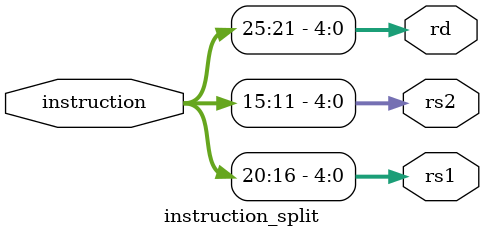
<source format=v>
module instruction_split(instruction, rs1, rs2, rd);

    input [31:0] instruction;

    output[4:0] rs1;
    output[4:0] rs2;
    output[4:0] rd;

    
   assign rd=instruction[25:21];
   assign rs1=instruction[20:16];
   assign rs2=instruction[15:11];


endmodule
</source>
